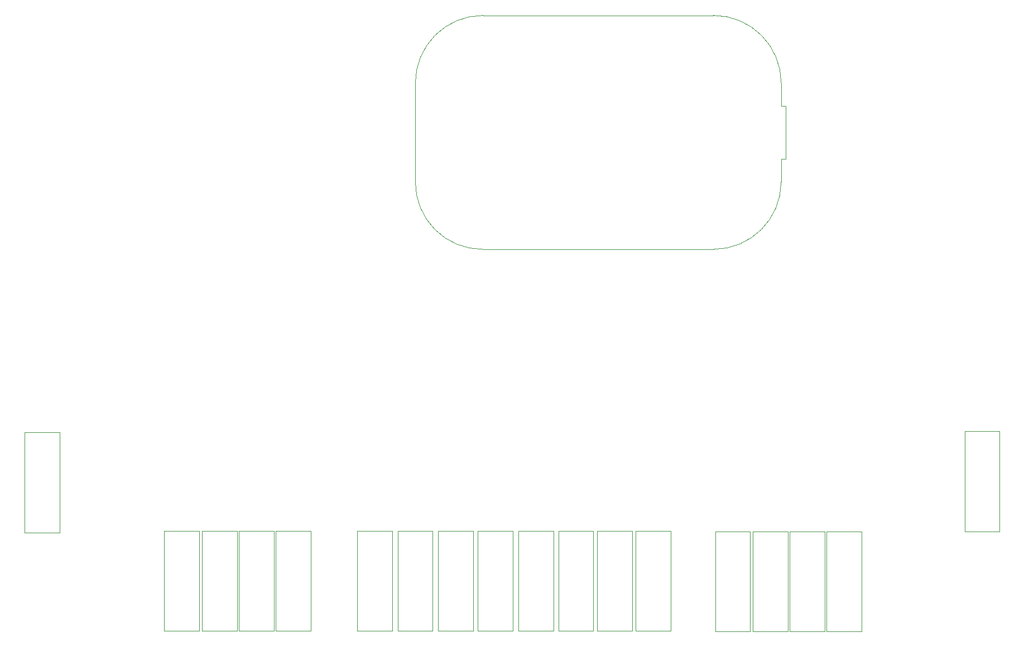
<source format=gbr>
G04 #@! TF.GenerationSoftware,KiCad,Pcbnew,(6.0.5)*
G04 #@! TF.CreationDate,2022-06-02T00:33:27-04:00*
G04 #@! TF.ProjectId,PB_16,50425f31-362e-46b6-9963-61645f706362,v1.0h*
G04 #@! TF.SameCoordinates,Original*
G04 #@! TF.FileFunction,Other,ECO1*
%FSLAX46Y46*%
G04 Gerber Fmt 4.6, Leading zero omitted, Abs format (unit mm)*
G04 Created by KiCad (PCBNEW (6.0.5)) date 2022-06-02 00:33:27*
%MOMM*%
%LPD*%
G01*
G04 APERTURE LIST*
%ADD10C,0.050000*%
G04 APERTURE END LIST*
D10*
X96872600Y-151938600D02*
X91572600Y-151938600D01*
X96872600Y-136738600D02*
X96872600Y-151938600D01*
X91572600Y-151938600D02*
X91572600Y-136738600D01*
X91572600Y-136738600D02*
X96872600Y-136738600D01*
X138442600Y-136748600D02*
X138442600Y-151948600D01*
X133142600Y-136748600D02*
X138442600Y-136748600D01*
X133142600Y-151948600D02*
X133142600Y-136748600D01*
X138442600Y-151948600D02*
X133142600Y-151948600D01*
X186203100Y-136813600D02*
X186203100Y-152013600D01*
X180903100Y-152013600D02*
X180903100Y-136813600D01*
X180903100Y-136813600D02*
X186203100Y-136813600D01*
X186203100Y-152013600D02*
X180903100Y-152013600D01*
X97317600Y-151953600D02*
X97317600Y-136753600D01*
X102617600Y-136753600D02*
X102617600Y-151953600D01*
X97317600Y-136753600D02*
X102617600Y-136753600D01*
X102617600Y-151953600D02*
X97317600Y-151953600D01*
X127022600Y-136748600D02*
X132322600Y-136748600D01*
X132322600Y-151948600D02*
X127022600Y-151948600D01*
X127022600Y-151948600D02*
X127022600Y-136748600D01*
X132322600Y-136748600D02*
X132322600Y-151948600D01*
X144443100Y-151948600D02*
X139143100Y-151948600D01*
X144443100Y-136748600D02*
X144443100Y-151948600D01*
X139143100Y-136748600D02*
X144443100Y-136748600D01*
X139143100Y-151948600D02*
X139143100Y-136748600D01*
X145352600Y-136748600D02*
X150652600Y-136748600D01*
X145352600Y-151948600D02*
X145352600Y-136748600D01*
X150652600Y-151948600D02*
X145352600Y-151948600D01*
X150652600Y-136748600D02*
X150652600Y-151948600D01*
X151412600Y-151948600D02*
X151412600Y-136748600D01*
X156712600Y-136748600D02*
X156712600Y-151948600D01*
X156712600Y-151948600D02*
X151412600Y-151948600D01*
X151412600Y-136748600D02*
X156712600Y-136748600D01*
X197379100Y-152013600D02*
X192079100Y-152013600D01*
X192079100Y-136813600D02*
X197379100Y-136813600D01*
X197379100Y-136813600D02*
X197379100Y-152013600D01*
X192079100Y-152013600D02*
X192079100Y-136813600D01*
X126162600Y-151948600D02*
X120862600Y-151948600D01*
X120862600Y-136748600D02*
X126162600Y-136748600D01*
X120862600Y-151948600D02*
X120862600Y-136748600D01*
X126162600Y-136748600D02*
X126162600Y-151948600D01*
X102917600Y-151953600D02*
X102917600Y-136753600D01*
X102917600Y-136753600D02*
X108217600Y-136753600D01*
X108217600Y-136753600D02*
X108217600Y-151953600D01*
X108217600Y-151953600D02*
X102917600Y-151953600D01*
X180497600Y-152013600D02*
X175197600Y-152013600D01*
X175197600Y-136813600D02*
X180497600Y-136813600D01*
X180497600Y-136813600D02*
X180497600Y-152013600D01*
X175197600Y-152013600D02*
X175197600Y-136813600D01*
X162592600Y-151948600D02*
X157292600Y-151948600D01*
X157292600Y-151948600D02*
X157292600Y-136748600D01*
X162592600Y-136748600D02*
X162592600Y-151948600D01*
X157292600Y-136748600D02*
X162592600Y-136748600D01*
X113817600Y-136753600D02*
X113817600Y-151953600D01*
X113817600Y-151953600D02*
X108517600Y-151953600D01*
X108517600Y-136753600D02*
X113817600Y-136753600D01*
X108517600Y-151953600D02*
X108517600Y-136753600D01*
X186491100Y-136813600D02*
X191791100Y-136813600D01*
X191791100Y-152013600D02*
X186491100Y-152013600D01*
X186491100Y-152013600D02*
X186491100Y-136813600D01*
X191791100Y-136813600D02*
X191791100Y-152013600D01*
X168411100Y-151948600D02*
X163111100Y-151948600D01*
X163111100Y-151948600D02*
X163111100Y-136748600D01*
X163111100Y-136748600D02*
X168411100Y-136748600D01*
X168411100Y-136748600D02*
X168411100Y-151948600D01*
X185195700Y-68755200D02*
X185195700Y-72255200D01*
X129695700Y-83755200D02*
X129695700Y-68755200D01*
X174945700Y-94005200D02*
X139945700Y-94005200D01*
X185895700Y-80255200D02*
X185195700Y-80255200D01*
X185895700Y-72255200D02*
X185895700Y-80255200D01*
X185195700Y-80255200D02*
X185195700Y-83755200D01*
X139945700Y-58505200D02*
X174945700Y-58505200D01*
X185195700Y-72255200D02*
X185895700Y-72255200D01*
X129695699Y-83755200D02*
G75*
G03*
X139936997Y-94005231I10174601J-75370D01*
G01*
X185195700Y-68755200D02*
G75*
G03*
X174945700Y-58505200I-10249998J2D01*
G01*
X174945700Y-94005200D02*
G75*
G03*
X185195700Y-83755200I0J10250000D01*
G01*
X139945700Y-58505200D02*
G75*
G03*
X129695700Y-68755200I-2J-10249998D01*
G01*
X213026000Y-136831800D02*
X213026000Y-121631800D01*
X213026000Y-121631800D02*
X218326000Y-121631800D01*
X218326000Y-136831800D02*
X213026000Y-136831800D01*
X218326000Y-121631800D02*
X218326000Y-136831800D01*
X70401000Y-136988600D02*
X70401000Y-121788600D01*
X75701000Y-136988600D02*
X70401000Y-136988600D01*
X70401000Y-121788600D02*
X75701000Y-121788600D01*
X75701000Y-121788600D02*
X75701000Y-136988600D01*
M02*

</source>
